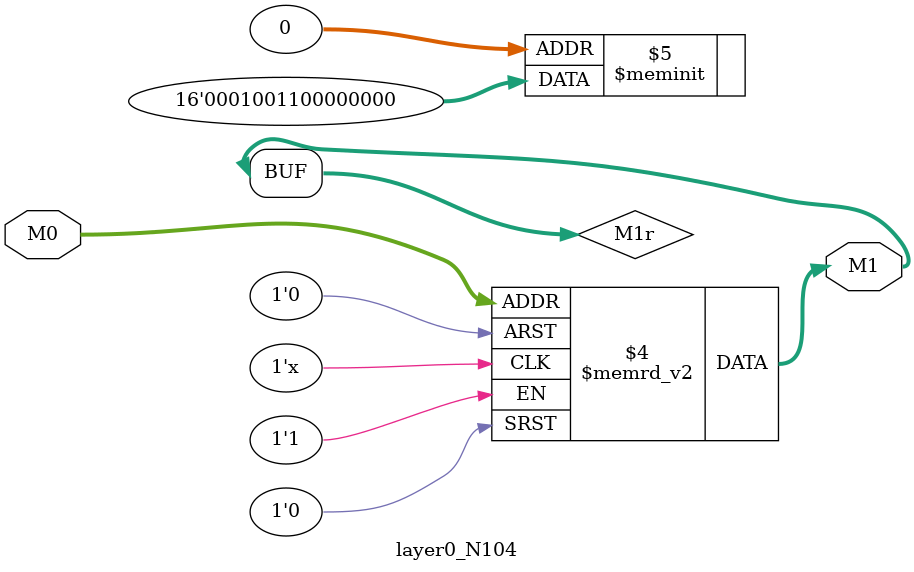
<source format=v>
module layer0_N104 ( input [2:0] M0, output [1:0] M1 );

	(*rom_style = "distributed" *) reg [1:0] M1r;
	assign M1 = M1r;
	always @ (M0) begin
		case (M0)
			3'b000: M1r = 2'b00;
			3'b100: M1r = 2'b11;
			3'b010: M1r = 2'b00;
			3'b110: M1r = 2'b01;
			3'b001: M1r = 2'b00;
			3'b101: M1r = 2'b00;
			3'b011: M1r = 2'b00;
			3'b111: M1r = 2'b00;

		endcase
	end
endmodule

</source>
